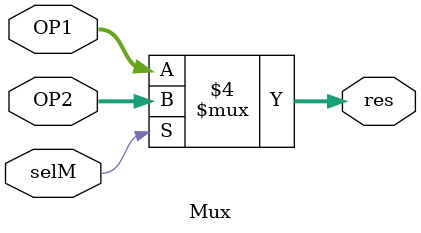
<source format=v>
module Mux(
	input wire[31:0]OP1,
	input wire[31:0]OP2,
	input wire selM,
	output reg[31:0]res
);
//2. Definir elementos internos del modulo 
//3. Declarar los procesos secuenciales, asignaciones y/o instancias
always @* begin
    if (selM == 1'b0) 
        res= OP1; // Si select es 0, la salida es op1
    else                
        res = OP2;// Si select es 1, la salida es op2
end

endmodule
</source>
